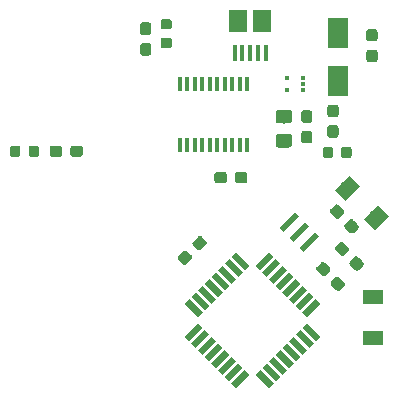
<source format=gtp>
G04 #@! TF.GenerationSoftware,KiCad,Pcbnew,(5.0.0)*
G04 #@! TF.CreationDate,2019-01-09T16:44:38-03:00*
G04 #@! TF.ProjectId,PCB_D,5043425F442E6B696361645F70636200,rev?*
G04 #@! TF.SameCoordinates,Original*
G04 #@! TF.FileFunction,Paste,Top*
G04 #@! TF.FilePolarity,Positive*
%FSLAX46Y46*%
G04 Gerber Fmt 4.6, Leading zero omitted, Abs format (unit mm)*
G04 Created by KiCad (PCBNEW (5.0.0)) date 01/09/19 16:44:38*
%MOMM*%
%LPD*%
G01*
G04 APERTURE LIST*
%ADD10C,0.100000*%
%ADD11C,0.950000*%
%ADD12R,1.700000X1.300000*%
%ADD13C,1.300000*%
%ADD14R,0.400000X1.200000*%
%ADD15R,1.800000X2.500000*%
%ADD16R,0.450000X0.300000*%
%ADD17C,1.150000*%
%ADD18C,0.875000*%
%ADD19R,1.500000X1.900000*%
%ADD20R,0.400000X1.350000*%
%ADD21C,0.550000*%
%ADD22C,0.400000*%
G04 APERTURE END LIST*
D10*
G04 #@! TO.C,R3*
G36*
X10369979Y18089256D02*
X10393034Y18085837D01*
X10415643Y18080173D01*
X10437587Y18072321D01*
X10458657Y18062356D01*
X10478648Y18050374D01*
X10497368Y18036490D01*
X10514638Y18020838D01*
X10530290Y18003568D01*
X10544174Y17984848D01*
X10556156Y17964857D01*
X10566121Y17943787D01*
X10573973Y17921843D01*
X10579637Y17899234D01*
X10583056Y17876179D01*
X10584200Y17852900D01*
X10584200Y17277900D01*
X10583056Y17254621D01*
X10579637Y17231566D01*
X10573973Y17208957D01*
X10566121Y17187013D01*
X10556156Y17165943D01*
X10544174Y17145952D01*
X10530290Y17127232D01*
X10514638Y17109962D01*
X10497368Y17094310D01*
X10478648Y17080426D01*
X10458657Y17068444D01*
X10437587Y17058479D01*
X10415643Y17050627D01*
X10393034Y17044963D01*
X10369979Y17041544D01*
X10346700Y17040400D01*
X9871700Y17040400D01*
X9848421Y17041544D01*
X9825366Y17044963D01*
X9802757Y17050627D01*
X9780813Y17058479D01*
X9759743Y17068444D01*
X9739752Y17080426D01*
X9721032Y17094310D01*
X9703762Y17109962D01*
X9688110Y17127232D01*
X9674226Y17145952D01*
X9662244Y17165943D01*
X9652279Y17187013D01*
X9644427Y17208957D01*
X9638763Y17231566D01*
X9635344Y17254621D01*
X9634200Y17277900D01*
X9634200Y17852900D01*
X9635344Y17876179D01*
X9638763Y17899234D01*
X9644427Y17921843D01*
X9652279Y17943787D01*
X9662244Y17964857D01*
X9674226Y17984848D01*
X9688110Y18003568D01*
X9703762Y18020838D01*
X9721032Y18036490D01*
X9739752Y18050374D01*
X9759743Y18062356D01*
X9780813Y18072321D01*
X9802757Y18080173D01*
X9825366Y18085837D01*
X9848421Y18089256D01*
X9871700Y18090400D01*
X10346700Y18090400D01*
X10369979Y18089256D01*
X10369979Y18089256D01*
G37*
D11*
X10109200Y17565400D03*
D10*
G36*
X10369979Y19839256D02*
X10393034Y19835837D01*
X10415643Y19830173D01*
X10437587Y19822321D01*
X10458657Y19812356D01*
X10478648Y19800374D01*
X10497368Y19786490D01*
X10514638Y19770838D01*
X10530290Y19753568D01*
X10544174Y19734848D01*
X10556156Y19714857D01*
X10566121Y19693787D01*
X10573973Y19671843D01*
X10579637Y19649234D01*
X10583056Y19626179D01*
X10584200Y19602900D01*
X10584200Y19027900D01*
X10583056Y19004621D01*
X10579637Y18981566D01*
X10573973Y18958957D01*
X10566121Y18937013D01*
X10556156Y18915943D01*
X10544174Y18895952D01*
X10530290Y18877232D01*
X10514638Y18859962D01*
X10497368Y18844310D01*
X10478648Y18830426D01*
X10458657Y18818444D01*
X10437587Y18808479D01*
X10415643Y18800627D01*
X10393034Y18794963D01*
X10369979Y18791544D01*
X10346700Y18790400D01*
X9871700Y18790400D01*
X9848421Y18791544D01*
X9825366Y18794963D01*
X9802757Y18800627D01*
X9780813Y18808479D01*
X9759743Y18818444D01*
X9739752Y18830426D01*
X9721032Y18844310D01*
X9703762Y18859962D01*
X9688110Y18877232D01*
X9674226Y18895952D01*
X9662244Y18915943D01*
X9652279Y18937013D01*
X9644427Y18958957D01*
X9638763Y18981566D01*
X9635344Y19004621D01*
X9634200Y19027900D01*
X9634200Y19602900D01*
X9635344Y19626179D01*
X9638763Y19649234D01*
X9644427Y19671843D01*
X9652279Y19693787D01*
X9662244Y19714857D01*
X9674226Y19734848D01*
X9688110Y19753568D01*
X9703762Y19770838D01*
X9721032Y19786490D01*
X9739752Y19800374D01*
X9759743Y19812356D01*
X9780813Y19822321D01*
X9802757Y19830173D01*
X9825366Y19835837D01*
X9848421Y19839256D01*
X9871700Y19840400D01*
X10346700Y19840400D01*
X10369979Y19839256D01*
X10369979Y19839256D01*
G37*
D11*
X10109200Y19315400D03*
G04 #@! TD*
D12*
G04 #@! TO.C,D6*
X10160000Y-2822000D03*
X10160000Y-6322000D03*
G04 #@! TD*
D13*
G04 #@! TO.C,D5*
X10483037Y3893363D03*
D10*
G36*
X11543697Y4034784D02*
X10341616Y2832703D01*
X9422377Y3751942D01*
X10624458Y4954023D01*
X11543697Y4034784D01*
X11543697Y4034784D01*
G37*
D13*
X8008163Y6368237D03*
D10*
G36*
X9068823Y6509658D02*
X7866742Y5307577D01*
X6947503Y6226816D01*
X8149584Y7428897D01*
X9068823Y6509658D01*
X9068823Y6509658D01*
G37*
G04 #@! TD*
D14*
G04 #@! TO.C,U3*
X-6157500Y15200000D03*
X-5522500Y15200000D03*
X-4887500Y15200000D03*
X-4252500Y15200000D03*
X-3617500Y15200000D03*
X-2982500Y15200000D03*
X-2347500Y15200000D03*
X-1712500Y15200000D03*
X-1077500Y15200000D03*
X-442500Y15200000D03*
X-442500Y10000000D03*
X-1077500Y10000000D03*
X-1712500Y10000000D03*
X-2347500Y10000000D03*
X-2982500Y10000000D03*
X-3617500Y10000000D03*
X-4252500Y10000000D03*
X-4887500Y10000000D03*
X-5522500Y10000000D03*
X-6157500Y10000000D03*
G04 #@! TD*
D15*
G04 #@! TO.C,D4*
X7264400Y15475200D03*
X7264400Y19475200D03*
G04 #@! TD*
D16*
G04 #@! TO.C,U4*
X2900000Y15700000D03*
X4300000Y15200000D03*
X2900000Y14700000D03*
X4300000Y15700000D03*
X4300000Y14700000D03*
G04 #@! TD*
D10*
G04 #@! TO.C,R1*
G36*
X7141606Y4985505D02*
X7164661Y4982086D01*
X7187270Y4976422D01*
X7209214Y4968570D01*
X7230284Y4958605D01*
X7250275Y4946623D01*
X7268995Y4932739D01*
X7286265Y4917087D01*
X7692851Y4510501D01*
X7708503Y4493231D01*
X7722387Y4474511D01*
X7734369Y4454520D01*
X7744334Y4433450D01*
X7752186Y4411506D01*
X7757850Y4388897D01*
X7761269Y4365842D01*
X7762413Y4342563D01*
X7761269Y4319284D01*
X7757850Y4296229D01*
X7752186Y4273620D01*
X7744334Y4251676D01*
X7734369Y4230606D01*
X7722387Y4210615D01*
X7708503Y4191895D01*
X7692851Y4174625D01*
X7356975Y3838749D01*
X7339705Y3823097D01*
X7320985Y3809213D01*
X7300994Y3797231D01*
X7279924Y3787266D01*
X7257980Y3779414D01*
X7235371Y3773750D01*
X7212316Y3770331D01*
X7189037Y3769187D01*
X7165758Y3770331D01*
X7142703Y3773750D01*
X7120094Y3779414D01*
X7098150Y3787266D01*
X7077080Y3797231D01*
X7057089Y3809213D01*
X7038369Y3823097D01*
X7021099Y3838749D01*
X6614513Y4245335D01*
X6598861Y4262605D01*
X6584977Y4281325D01*
X6572995Y4301316D01*
X6563030Y4322386D01*
X6555178Y4344330D01*
X6549514Y4366939D01*
X6546095Y4389994D01*
X6544951Y4413273D01*
X6546095Y4436552D01*
X6549514Y4459607D01*
X6555178Y4482216D01*
X6563030Y4504160D01*
X6572995Y4525230D01*
X6584977Y4545221D01*
X6598861Y4563941D01*
X6614513Y4581211D01*
X6950389Y4917087D01*
X6967659Y4932739D01*
X6986379Y4946623D01*
X7006370Y4958605D01*
X7027440Y4968570D01*
X7049384Y4976422D01*
X7071993Y4982086D01*
X7095048Y4985505D01*
X7118327Y4986649D01*
X7141606Y4985505D01*
X7141606Y4985505D01*
G37*
D11*
X7153682Y4377918D03*
D10*
G36*
X8379042Y3748069D02*
X8402097Y3744650D01*
X8424706Y3738986D01*
X8446650Y3731134D01*
X8467720Y3721169D01*
X8487711Y3709187D01*
X8506431Y3695303D01*
X8523701Y3679651D01*
X8930287Y3273065D01*
X8945939Y3255795D01*
X8959823Y3237075D01*
X8971805Y3217084D01*
X8981770Y3196014D01*
X8989622Y3174070D01*
X8995286Y3151461D01*
X8998705Y3128406D01*
X8999849Y3105127D01*
X8998705Y3081848D01*
X8995286Y3058793D01*
X8989622Y3036184D01*
X8981770Y3014240D01*
X8971805Y2993170D01*
X8959823Y2973179D01*
X8945939Y2954459D01*
X8930287Y2937189D01*
X8594411Y2601313D01*
X8577141Y2585661D01*
X8558421Y2571777D01*
X8538430Y2559795D01*
X8517360Y2549830D01*
X8495416Y2541978D01*
X8472807Y2536314D01*
X8449752Y2532895D01*
X8426473Y2531751D01*
X8403194Y2532895D01*
X8380139Y2536314D01*
X8357530Y2541978D01*
X8335586Y2549830D01*
X8314516Y2559795D01*
X8294525Y2571777D01*
X8275805Y2585661D01*
X8258535Y2601313D01*
X7851949Y3007899D01*
X7836297Y3025169D01*
X7822413Y3043889D01*
X7810431Y3063880D01*
X7800466Y3084950D01*
X7792614Y3106894D01*
X7786950Y3129503D01*
X7783531Y3152558D01*
X7782387Y3175837D01*
X7783531Y3199116D01*
X7786950Y3222171D01*
X7792614Y3244780D01*
X7800466Y3266724D01*
X7810431Y3287794D01*
X7822413Y3307785D01*
X7836297Y3326505D01*
X7851949Y3343775D01*
X8187825Y3679651D01*
X8205095Y3695303D01*
X8223815Y3709187D01*
X8243806Y3721169D01*
X8264876Y3731134D01*
X8286820Y3738986D01*
X8309429Y3744650D01*
X8332484Y3748069D01*
X8355763Y3749213D01*
X8379042Y3748069D01*
X8379042Y3748069D01*
G37*
D11*
X8391118Y3140482D03*
G04 #@! TD*
D10*
G04 #@! TO.C,R2*
G36*
X-4422648Y2326305D02*
X-4399593Y2322886D01*
X-4376984Y2317222D01*
X-4355040Y2309370D01*
X-4333970Y2299405D01*
X-4313979Y2287423D01*
X-4295259Y2273539D01*
X-4277989Y2257887D01*
X-3942113Y1922011D01*
X-3926461Y1904741D01*
X-3912577Y1886021D01*
X-3900595Y1866030D01*
X-3890630Y1844960D01*
X-3882778Y1823016D01*
X-3877114Y1800407D01*
X-3873695Y1777352D01*
X-3872551Y1754073D01*
X-3873695Y1730794D01*
X-3877114Y1707739D01*
X-3882778Y1685130D01*
X-3890630Y1663186D01*
X-3900595Y1642116D01*
X-3912577Y1622125D01*
X-3926461Y1603405D01*
X-3942113Y1586135D01*
X-4348699Y1179549D01*
X-4365969Y1163897D01*
X-4384689Y1150013D01*
X-4404680Y1138031D01*
X-4425750Y1128066D01*
X-4447694Y1120214D01*
X-4470303Y1114550D01*
X-4493358Y1111131D01*
X-4516637Y1109987D01*
X-4539916Y1111131D01*
X-4562971Y1114550D01*
X-4585580Y1120214D01*
X-4607524Y1128066D01*
X-4628594Y1138031D01*
X-4648585Y1150013D01*
X-4667305Y1163897D01*
X-4684575Y1179549D01*
X-5020451Y1515425D01*
X-5036103Y1532695D01*
X-5049987Y1551415D01*
X-5061969Y1571406D01*
X-5071934Y1592476D01*
X-5079786Y1614420D01*
X-5085450Y1637029D01*
X-5088869Y1660084D01*
X-5090013Y1683363D01*
X-5088869Y1706642D01*
X-5085450Y1729697D01*
X-5079786Y1752306D01*
X-5071934Y1774250D01*
X-5061969Y1795320D01*
X-5049987Y1815311D01*
X-5036103Y1834031D01*
X-5020451Y1851301D01*
X-4613865Y2257887D01*
X-4596595Y2273539D01*
X-4577875Y2287423D01*
X-4557884Y2299405D01*
X-4536814Y2309370D01*
X-4514870Y2317222D01*
X-4492261Y2322886D01*
X-4469206Y2326305D01*
X-4445927Y2327449D01*
X-4422648Y2326305D01*
X-4422648Y2326305D01*
G37*
D11*
X-4481282Y1718718D03*
D10*
G36*
X-5660084Y1088869D02*
X-5637029Y1085450D01*
X-5614420Y1079786D01*
X-5592476Y1071934D01*
X-5571406Y1061969D01*
X-5551415Y1049987D01*
X-5532695Y1036103D01*
X-5515425Y1020451D01*
X-5179549Y684575D01*
X-5163897Y667305D01*
X-5150013Y648585D01*
X-5138031Y628594D01*
X-5128066Y607524D01*
X-5120214Y585580D01*
X-5114550Y562971D01*
X-5111131Y539916D01*
X-5109987Y516637D01*
X-5111131Y493358D01*
X-5114550Y470303D01*
X-5120214Y447694D01*
X-5128066Y425750D01*
X-5138031Y404680D01*
X-5150013Y384689D01*
X-5163897Y365969D01*
X-5179549Y348699D01*
X-5586135Y-57887D01*
X-5603405Y-73539D01*
X-5622125Y-87423D01*
X-5642116Y-99405D01*
X-5663186Y-109370D01*
X-5685130Y-117222D01*
X-5707739Y-122886D01*
X-5730794Y-126305D01*
X-5754073Y-127449D01*
X-5777352Y-126305D01*
X-5800407Y-122886D01*
X-5823016Y-117222D01*
X-5844960Y-109370D01*
X-5866030Y-99405D01*
X-5886021Y-87423D01*
X-5904741Y-73539D01*
X-5922011Y-57887D01*
X-6257887Y277989D01*
X-6273539Y295259D01*
X-6287423Y313979D01*
X-6299405Y333970D01*
X-6309370Y355040D01*
X-6317222Y376984D01*
X-6322886Y399593D01*
X-6326305Y422648D01*
X-6327449Y445927D01*
X-6326305Y469206D01*
X-6322886Y492261D01*
X-6317222Y514870D01*
X-6309370Y536814D01*
X-6299405Y557884D01*
X-6287423Y577875D01*
X-6273539Y596595D01*
X-6257887Y613865D01*
X-5851301Y1020451D01*
X-5834031Y1036103D01*
X-5815311Y1049987D01*
X-5795320Y1061969D01*
X-5774250Y1071934D01*
X-5752306Y1079786D01*
X-5729697Y1085450D01*
X-5706642Y1088869D01*
X-5683363Y1090013D01*
X-5660084Y1088869D01*
X-5660084Y1088869D01*
G37*
D11*
X-5718718Y481282D03*
G04 #@! TD*
D10*
G04 #@! TO.C,C3*
G36*
X-643022Y7738256D02*
X-619967Y7734837D01*
X-597358Y7729173D01*
X-575414Y7721321D01*
X-554344Y7711356D01*
X-534353Y7699374D01*
X-515633Y7685490D01*
X-498363Y7669838D01*
X-482711Y7652568D01*
X-468827Y7633848D01*
X-456845Y7613857D01*
X-446880Y7592787D01*
X-439028Y7570843D01*
X-433364Y7548234D01*
X-429945Y7525179D01*
X-428801Y7501900D01*
X-428801Y7026900D01*
X-429945Y7003621D01*
X-433364Y6980566D01*
X-439028Y6957957D01*
X-446880Y6936013D01*
X-456845Y6914943D01*
X-468827Y6894952D01*
X-482711Y6876232D01*
X-498363Y6858962D01*
X-515633Y6843310D01*
X-534353Y6829426D01*
X-554344Y6817444D01*
X-575414Y6807479D01*
X-597358Y6799627D01*
X-619967Y6793963D01*
X-643022Y6790544D01*
X-666301Y6789400D01*
X-1241301Y6789400D01*
X-1264580Y6790544D01*
X-1287635Y6793963D01*
X-1310244Y6799627D01*
X-1332188Y6807479D01*
X-1353258Y6817444D01*
X-1373249Y6829426D01*
X-1391969Y6843310D01*
X-1409239Y6858962D01*
X-1424891Y6876232D01*
X-1438775Y6894952D01*
X-1450757Y6914943D01*
X-1460722Y6936013D01*
X-1468574Y6957957D01*
X-1474238Y6980566D01*
X-1477657Y7003621D01*
X-1478801Y7026900D01*
X-1478801Y7501900D01*
X-1477657Y7525179D01*
X-1474238Y7548234D01*
X-1468574Y7570843D01*
X-1460722Y7592787D01*
X-1450757Y7613857D01*
X-1438775Y7633848D01*
X-1424891Y7652568D01*
X-1409239Y7669838D01*
X-1391969Y7685490D01*
X-1373249Y7699374D01*
X-1353258Y7711356D01*
X-1332188Y7721321D01*
X-1310244Y7729173D01*
X-1287635Y7734837D01*
X-1264580Y7738256D01*
X-1241301Y7739400D01*
X-666301Y7739400D01*
X-643022Y7738256D01*
X-643022Y7738256D01*
G37*
D11*
X-953801Y7264400D03*
D10*
G36*
X-2393020Y7738256D02*
X-2369965Y7734837D01*
X-2347356Y7729173D01*
X-2325412Y7721321D01*
X-2304342Y7711356D01*
X-2284351Y7699374D01*
X-2265631Y7685490D01*
X-2248361Y7669838D01*
X-2232709Y7652568D01*
X-2218825Y7633848D01*
X-2206843Y7613857D01*
X-2196878Y7592787D01*
X-2189026Y7570843D01*
X-2183362Y7548234D01*
X-2179943Y7525179D01*
X-2178799Y7501900D01*
X-2178799Y7026900D01*
X-2179943Y7003621D01*
X-2183362Y6980566D01*
X-2189026Y6957957D01*
X-2196878Y6936013D01*
X-2206843Y6914943D01*
X-2218825Y6894952D01*
X-2232709Y6876232D01*
X-2248361Y6858962D01*
X-2265631Y6843310D01*
X-2284351Y6829426D01*
X-2304342Y6817444D01*
X-2325412Y6807479D01*
X-2347356Y6799627D01*
X-2369965Y6793963D01*
X-2393020Y6790544D01*
X-2416299Y6789400D01*
X-2991299Y6789400D01*
X-3014578Y6790544D01*
X-3037633Y6793963D01*
X-3060242Y6799627D01*
X-3082186Y6807479D01*
X-3103256Y6817444D01*
X-3123247Y6829426D01*
X-3141967Y6843310D01*
X-3159237Y6858962D01*
X-3174889Y6876232D01*
X-3188773Y6894952D01*
X-3200755Y6914943D01*
X-3210720Y6936013D01*
X-3218572Y6957957D01*
X-3224236Y6980566D01*
X-3227655Y7003621D01*
X-3228799Y7026900D01*
X-3228799Y7501900D01*
X-3227655Y7525179D01*
X-3224236Y7548234D01*
X-3218572Y7570843D01*
X-3210720Y7592787D01*
X-3200755Y7613857D01*
X-3188773Y7633848D01*
X-3174889Y7652568D01*
X-3159237Y7669838D01*
X-3141967Y7685490D01*
X-3123247Y7699374D01*
X-3103256Y7711356D01*
X-3082186Y7721321D01*
X-3060242Y7729173D01*
X-3037633Y7734837D01*
X-3014578Y7738256D01*
X-2991299Y7739400D01*
X-2416299Y7739400D01*
X-2393020Y7738256D01*
X-2393020Y7738256D01*
G37*
D11*
X-2703799Y7264400D03*
G04 #@! TD*
D10*
G04 #@! TO.C,R6*
G36*
X-8781621Y18648056D02*
X-8758566Y18644637D01*
X-8735957Y18638973D01*
X-8714013Y18631121D01*
X-8692943Y18621156D01*
X-8672952Y18609174D01*
X-8654232Y18595290D01*
X-8636962Y18579638D01*
X-8621310Y18562368D01*
X-8607426Y18543648D01*
X-8595444Y18523657D01*
X-8585479Y18502587D01*
X-8577627Y18480643D01*
X-8571963Y18458034D01*
X-8568544Y18434979D01*
X-8567400Y18411700D01*
X-8567400Y17836700D01*
X-8568544Y17813421D01*
X-8571963Y17790366D01*
X-8577627Y17767757D01*
X-8585479Y17745813D01*
X-8595444Y17724743D01*
X-8607426Y17704752D01*
X-8621310Y17686032D01*
X-8636962Y17668762D01*
X-8654232Y17653110D01*
X-8672952Y17639226D01*
X-8692943Y17627244D01*
X-8714013Y17617279D01*
X-8735957Y17609427D01*
X-8758566Y17603763D01*
X-8781621Y17600344D01*
X-8804900Y17599200D01*
X-9279900Y17599200D01*
X-9303179Y17600344D01*
X-9326234Y17603763D01*
X-9348843Y17609427D01*
X-9370787Y17617279D01*
X-9391857Y17627244D01*
X-9411848Y17639226D01*
X-9430568Y17653110D01*
X-9447838Y17668762D01*
X-9463490Y17686032D01*
X-9477374Y17704752D01*
X-9489356Y17724743D01*
X-9499321Y17745813D01*
X-9507173Y17767757D01*
X-9512837Y17790366D01*
X-9516256Y17813421D01*
X-9517400Y17836700D01*
X-9517400Y18411700D01*
X-9516256Y18434979D01*
X-9512837Y18458034D01*
X-9507173Y18480643D01*
X-9499321Y18502587D01*
X-9489356Y18523657D01*
X-9477374Y18543648D01*
X-9463490Y18562368D01*
X-9447838Y18579638D01*
X-9430568Y18595290D01*
X-9411848Y18609174D01*
X-9391857Y18621156D01*
X-9370787Y18631121D01*
X-9348843Y18638973D01*
X-9326234Y18644637D01*
X-9303179Y18648056D01*
X-9279900Y18649200D01*
X-8804900Y18649200D01*
X-8781621Y18648056D01*
X-8781621Y18648056D01*
G37*
D11*
X-9042400Y18124200D03*
D10*
G36*
X-8781621Y20398056D02*
X-8758566Y20394637D01*
X-8735957Y20388973D01*
X-8714013Y20381121D01*
X-8692943Y20371156D01*
X-8672952Y20359174D01*
X-8654232Y20345290D01*
X-8636962Y20329638D01*
X-8621310Y20312368D01*
X-8607426Y20293648D01*
X-8595444Y20273657D01*
X-8585479Y20252587D01*
X-8577627Y20230643D01*
X-8571963Y20208034D01*
X-8568544Y20184979D01*
X-8567400Y20161700D01*
X-8567400Y19586700D01*
X-8568544Y19563421D01*
X-8571963Y19540366D01*
X-8577627Y19517757D01*
X-8585479Y19495813D01*
X-8595444Y19474743D01*
X-8607426Y19454752D01*
X-8621310Y19436032D01*
X-8636962Y19418762D01*
X-8654232Y19403110D01*
X-8672952Y19389226D01*
X-8692943Y19377244D01*
X-8714013Y19367279D01*
X-8735957Y19359427D01*
X-8758566Y19353763D01*
X-8781621Y19350344D01*
X-8804900Y19349200D01*
X-9279900Y19349200D01*
X-9303179Y19350344D01*
X-9326234Y19353763D01*
X-9348843Y19359427D01*
X-9370787Y19367279D01*
X-9391857Y19377244D01*
X-9411848Y19389226D01*
X-9430568Y19403110D01*
X-9447838Y19418762D01*
X-9463490Y19436032D01*
X-9477374Y19454752D01*
X-9489356Y19474743D01*
X-9499321Y19495813D01*
X-9507173Y19517757D01*
X-9512837Y19540366D01*
X-9516256Y19563421D01*
X-9517400Y19586700D01*
X-9517400Y20161700D01*
X-9516256Y20184979D01*
X-9512837Y20208034D01*
X-9507173Y20230643D01*
X-9499321Y20252587D01*
X-9489356Y20273657D01*
X-9477374Y20293648D01*
X-9463490Y20312368D01*
X-9447838Y20329638D01*
X-9430568Y20345290D01*
X-9411848Y20359174D01*
X-9391857Y20371156D01*
X-9370787Y20381121D01*
X-9348843Y20388973D01*
X-9326234Y20394637D01*
X-9303179Y20398056D01*
X-9279900Y20399200D01*
X-8804900Y20399200D01*
X-8781621Y20398056D01*
X-8781621Y20398056D01*
G37*
D11*
X-9042400Y19874200D03*
G04 #@! TD*
D10*
G04 #@! TO.C,R5*
G36*
X7067979Y11688456D02*
X7091034Y11685037D01*
X7113643Y11679373D01*
X7135587Y11671521D01*
X7156657Y11661556D01*
X7176648Y11649574D01*
X7195368Y11635690D01*
X7212638Y11620038D01*
X7228290Y11602768D01*
X7242174Y11584048D01*
X7254156Y11564057D01*
X7264121Y11542987D01*
X7271973Y11521043D01*
X7277637Y11498434D01*
X7281056Y11475379D01*
X7282200Y11452100D01*
X7282200Y10877100D01*
X7281056Y10853821D01*
X7277637Y10830766D01*
X7271973Y10808157D01*
X7264121Y10786213D01*
X7254156Y10765143D01*
X7242174Y10745152D01*
X7228290Y10726432D01*
X7212638Y10709162D01*
X7195368Y10693510D01*
X7176648Y10679626D01*
X7156657Y10667644D01*
X7135587Y10657679D01*
X7113643Y10649827D01*
X7091034Y10644163D01*
X7067979Y10640744D01*
X7044700Y10639600D01*
X6569700Y10639600D01*
X6546421Y10640744D01*
X6523366Y10644163D01*
X6500757Y10649827D01*
X6478813Y10657679D01*
X6457743Y10667644D01*
X6437752Y10679626D01*
X6419032Y10693510D01*
X6401762Y10709162D01*
X6386110Y10726432D01*
X6372226Y10745152D01*
X6360244Y10765143D01*
X6350279Y10786213D01*
X6342427Y10808157D01*
X6336763Y10830766D01*
X6333344Y10853821D01*
X6332200Y10877100D01*
X6332200Y11452100D01*
X6333344Y11475379D01*
X6336763Y11498434D01*
X6342427Y11521043D01*
X6350279Y11542987D01*
X6360244Y11564057D01*
X6372226Y11584048D01*
X6386110Y11602768D01*
X6401762Y11620038D01*
X6419032Y11635690D01*
X6437752Y11649574D01*
X6457743Y11661556D01*
X6478813Y11671521D01*
X6500757Y11679373D01*
X6523366Y11685037D01*
X6546421Y11688456D01*
X6569700Y11689600D01*
X7044700Y11689600D01*
X7067979Y11688456D01*
X7067979Y11688456D01*
G37*
D11*
X6807200Y11164600D03*
D10*
G36*
X7067979Y13438456D02*
X7091034Y13435037D01*
X7113643Y13429373D01*
X7135587Y13421521D01*
X7156657Y13411556D01*
X7176648Y13399574D01*
X7195368Y13385690D01*
X7212638Y13370038D01*
X7228290Y13352768D01*
X7242174Y13334048D01*
X7254156Y13314057D01*
X7264121Y13292987D01*
X7271973Y13271043D01*
X7277637Y13248434D01*
X7281056Y13225379D01*
X7282200Y13202100D01*
X7282200Y12627100D01*
X7281056Y12603821D01*
X7277637Y12580766D01*
X7271973Y12558157D01*
X7264121Y12536213D01*
X7254156Y12515143D01*
X7242174Y12495152D01*
X7228290Y12476432D01*
X7212638Y12459162D01*
X7195368Y12443510D01*
X7176648Y12429626D01*
X7156657Y12417644D01*
X7135587Y12407679D01*
X7113643Y12399827D01*
X7091034Y12394163D01*
X7067979Y12390744D01*
X7044700Y12389600D01*
X6569700Y12389600D01*
X6546421Y12390744D01*
X6523366Y12394163D01*
X6500757Y12399827D01*
X6478813Y12407679D01*
X6457743Y12417644D01*
X6437752Y12429626D01*
X6419032Y12443510D01*
X6401762Y12459162D01*
X6386110Y12476432D01*
X6372226Y12495152D01*
X6360244Y12515143D01*
X6350279Y12536213D01*
X6342427Y12558157D01*
X6336763Y12580766D01*
X6333344Y12603821D01*
X6332200Y12627100D01*
X6332200Y13202100D01*
X6333344Y13225379D01*
X6336763Y13248434D01*
X6342427Y13271043D01*
X6350279Y13292987D01*
X6360244Y13314057D01*
X6372226Y13334048D01*
X6386110Y13352768D01*
X6401762Y13370038D01*
X6419032Y13385690D01*
X6437752Y13399574D01*
X6457743Y13411556D01*
X6478813Y13421521D01*
X6500757Y13429373D01*
X6523366Y13435037D01*
X6546421Y13438456D01*
X6569700Y13439600D01*
X7044700Y13439600D01*
X7067979Y13438456D01*
X7067979Y13438456D01*
G37*
D11*
X6807200Y12914600D03*
G04 #@! TD*
D10*
G04 #@! TO.C,R4*
G36*
X-14589221Y9973856D02*
X-14566166Y9970437D01*
X-14543557Y9964773D01*
X-14521613Y9956921D01*
X-14500543Y9946956D01*
X-14480552Y9934974D01*
X-14461832Y9921090D01*
X-14444562Y9905438D01*
X-14428910Y9888168D01*
X-14415026Y9869448D01*
X-14403044Y9849457D01*
X-14393079Y9828387D01*
X-14385227Y9806443D01*
X-14379563Y9783834D01*
X-14376144Y9760779D01*
X-14375000Y9737500D01*
X-14375000Y9262500D01*
X-14376144Y9239221D01*
X-14379563Y9216166D01*
X-14385227Y9193557D01*
X-14393079Y9171613D01*
X-14403044Y9150543D01*
X-14415026Y9130552D01*
X-14428910Y9111832D01*
X-14444562Y9094562D01*
X-14461832Y9078910D01*
X-14480552Y9065026D01*
X-14500543Y9053044D01*
X-14521613Y9043079D01*
X-14543557Y9035227D01*
X-14566166Y9029563D01*
X-14589221Y9026144D01*
X-14612500Y9025000D01*
X-15187500Y9025000D01*
X-15210779Y9026144D01*
X-15233834Y9029563D01*
X-15256443Y9035227D01*
X-15278387Y9043079D01*
X-15299457Y9053044D01*
X-15319448Y9065026D01*
X-15338168Y9078910D01*
X-15355438Y9094562D01*
X-15371090Y9111832D01*
X-15384974Y9130552D01*
X-15396956Y9150543D01*
X-15406921Y9171613D01*
X-15414773Y9193557D01*
X-15420437Y9216166D01*
X-15423856Y9239221D01*
X-15425000Y9262500D01*
X-15425000Y9737500D01*
X-15423856Y9760779D01*
X-15420437Y9783834D01*
X-15414773Y9806443D01*
X-15406921Y9828387D01*
X-15396956Y9849457D01*
X-15384974Y9869448D01*
X-15371090Y9888168D01*
X-15355438Y9905438D01*
X-15338168Y9921090D01*
X-15319448Y9934974D01*
X-15299457Y9946956D01*
X-15278387Y9956921D01*
X-15256443Y9964773D01*
X-15233834Y9970437D01*
X-15210779Y9973856D01*
X-15187500Y9975000D01*
X-14612500Y9975000D01*
X-14589221Y9973856D01*
X-14589221Y9973856D01*
G37*
D11*
X-14900000Y9500000D03*
D10*
G36*
X-16339221Y9973856D02*
X-16316166Y9970437D01*
X-16293557Y9964773D01*
X-16271613Y9956921D01*
X-16250543Y9946956D01*
X-16230552Y9934974D01*
X-16211832Y9921090D01*
X-16194562Y9905438D01*
X-16178910Y9888168D01*
X-16165026Y9869448D01*
X-16153044Y9849457D01*
X-16143079Y9828387D01*
X-16135227Y9806443D01*
X-16129563Y9783834D01*
X-16126144Y9760779D01*
X-16125000Y9737500D01*
X-16125000Y9262500D01*
X-16126144Y9239221D01*
X-16129563Y9216166D01*
X-16135227Y9193557D01*
X-16143079Y9171613D01*
X-16153044Y9150543D01*
X-16165026Y9130552D01*
X-16178910Y9111832D01*
X-16194562Y9094562D01*
X-16211832Y9078910D01*
X-16230552Y9065026D01*
X-16250543Y9053044D01*
X-16271613Y9043079D01*
X-16293557Y9035227D01*
X-16316166Y9029563D01*
X-16339221Y9026144D01*
X-16362500Y9025000D01*
X-16937500Y9025000D01*
X-16960779Y9026144D01*
X-16983834Y9029563D01*
X-17006443Y9035227D01*
X-17028387Y9043079D01*
X-17049457Y9053044D01*
X-17069448Y9065026D01*
X-17088168Y9078910D01*
X-17105438Y9094562D01*
X-17121090Y9111832D01*
X-17134974Y9130552D01*
X-17146956Y9150543D01*
X-17156921Y9171613D01*
X-17164773Y9193557D01*
X-17170437Y9216166D01*
X-17173856Y9239221D01*
X-17175000Y9262500D01*
X-17175000Y9737500D01*
X-17173856Y9760779D01*
X-17170437Y9783834D01*
X-17164773Y9806443D01*
X-17156921Y9828387D01*
X-17146956Y9849457D01*
X-17134974Y9869448D01*
X-17121090Y9888168D01*
X-17105438Y9905438D01*
X-17088168Y9921090D01*
X-17069448Y9934974D01*
X-17049457Y9946956D01*
X-17028387Y9956921D01*
X-17006443Y9964773D01*
X-16983834Y9970437D01*
X-16960779Y9973856D01*
X-16937500Y9975000D01*
X-16362500Y9975000D01*
X-16339221Y9973856D01*
X-16339221Y9973856D01*
G37*
D11*
X-16650000Y9500000D03*
G04 #@! TD*
D10*
G04 #@! TO.C,C2*
G36*
X7569206Y1835905D02*
X7592261Y1832486D01*
X7614870Y1826822D01*
X7636814Y1818970D01*
X7657884Y1809005D01*
X7677875Y1797023D01*
X7696595Y1783139D01*
X7713865Y1767487D01*
X8120451Y1360901D01*
X8136103Y1343631D01*
X8149987Y1324911D01*
X8161969Y1304920D01*
X8171934Y1283850D01*
X8179786Y1261906D01*
X8185450Y1239297D01*
X8188869Y1216242D01*
X8190013Y1192963D01*
X8188869Y1169684D01*
X8185450Y1146629D01*
X8179786Y1124020D01*
X8171934Y1102076D01*
X8161969Y1081006D01*
X8149987Y1061015D01*
X8136103Y1042295D01*
X8120451Y1025025D01*
X7784575Y689149D01*
X7767305Y673497D01*
X7748585Y659613D01*
X7728594Y647631D01*
X7707524Y637666D01*
X7685580Y629814D01*
X7662971Y624150D01*
X7639916Y620731D01*
X7616637Y619587D01*
X7593358Y620731D01*
X7570303Y624150D01*
X7547694Y629814D01*
X7525750Y637666D01*
X7504680Y647631D01*
X7484689Y659613D01*
X7465969Y673497D01*
X7448699Y689149D01*
X7042113Y1095735D01*
X7026461Y1113005D01*
X7012577Y1131725D01*
X7000595Y1151716D01*
X6990630Y1172786D01*
X6982778Y1194730D01*
X6977114Y1217339D01*
X6973695Y1240394D01*
X6972551Y1263673D01*
X6973695Y1286952D01*
X6977114Y1310007D01*
X6982778Y1332616D01*
X6990630Y1354560D01*
X7000595Y1375630D01*
X7012577Y1395621D01*
X7026461Y1414341D01*
X7042113Y1431611D01*
X7377989Y1767487D01*
X7395259Y1783139D01*
X7413979Y1797023D01*
X7433970Y1809005D01*
X7455040Y1818970D01*
X7476984Y1826822D01*
X7499593Y1832486D01*
X7522648Y1835905D01*
X7545927Y1837049D01*
X7569206Y1835905D01*
X7569206Y1835905D01*
G37*
D11*
X7581282Y1228318D03*
D10*
G36*
X8806642Y598469D02*
X8829697Y595050D01*
X8852306Y589386D01*
X8874250Y581534D01*
X8895320Y571569D01*
X8915311Y559587D01*
X8934031Y545703D01*
X8951301Y530051D01*
X9357887Y123465D01*
X9373539Y106195D01*
X9387423Y87475D01*
X9399405Y67484D01*
X9409370Y46414D01*
X9417222Y24470D01*
X9422886Y1861D01*
X9426305Y-21194D01*
X9427449Y-44473D01*
X9426305Y-67752D01*
X9422886Y-90807D01*
X9417222Y-113416D01*
X9409370Y-135360D01*
X9399405Y-156430D01*
X9387423Y-176421D01*
X9373539Y-195141D01*
X9357887Y-212411D01*
X9022011Y-548287D01*
X9004741Y-563939D01*
X8986021Y-577823D01*
X8966030Y-589805D01*
X8944960Y-599770D01*
X8923016Y-607622D01*
X8900407Y-613286D01*
X8877352Y-616705D01*
X8854073Y-617849D01*
X8830794Y-616705D01*
X8807739Y-613286D01*
X8785130Y-607622D01*
X8763186Y-599770D01*
X8742116Y-589805D01*
X8722125Y-577823D01*
X8703405Y-563939D01*
X8686135Y-548287D01*
X8279549Y-141701D01*
X8263897Y-124431D01*
X8250013Y-105711D01*
X8238031Y-85720D01*
X8228066Y-64650D01*
X8220214Y-42706D01*
X8214550Y-20097D01*
X8211131Y2958D01*
X8209987Y26237D01*
X8211131Y49516D01*
X8214550Y72571D01*
X8220214Y95180D01*
X8228066Y117124D01*
X8238031Y138194D01*
X8250013Y158185D01*
X8263897Y176905D01*
X8279549Y194175D01*
X8615425Y530051D01*
X8632695Y545703D01*
X8651415Y559587D01*
X8671406Y571569D01*
X8692476Y581534D01*
X8714420Y589386D01*
X8737029Y595050D01*
X8760084Y598469D01*
X8783363Y599613D01*
X8806642Y598469D01*
X8806642Y598469D01*
G37*
D11*
X8818718Y-9118D03*
G04 #@! TD*
D10*
G04 #@! TO.C,C1*
G36*
X7206642Y-1111131D02*
X7229697Y-1114550D01*
X7252306Y-1120214D01*
X7274250Y-1128066D01*
X7295320Y-1138031D01*
X7315311Y-1150013D01*
X7334031Y-1163897D01*
X7351301Y-1179549D01*
X7757887Y-1586135D01*
X7773539Y-1603405D01*
X7787423Y-1622125D01*
X7799405Y-1642116D01*
X7809370Y-1663186D01*
X7817222Y-1685130D01*
X7822886Y-1707739D01*
X7826305Y-1730794D01*
X7827449Y-1754073D01*
X7826305Y-1777352D01*
X7822886Y-1800407D01*
X7817222Y-1823016D01*
X7809370Y-1844960D01*
X7799405Y-1866030D01*
X7787423Y-1886021D01*
X7773539Y-1904741D01*
X7757887Y-1922011D01*
X7422011Y-2257887D01*
X7404741Y-2273539D01*
X7386021Y-2287423D01*
X7366030Y-2299405D01*
X7344960Y-2309370D01*
X7323016Y-2317222D01*
X7300407Y-2322886D01*
X7277352Y-2326305D01*
X7254073Y-2327449D01*
X7230794Y-2326305D01*
X7207739Y-2322886D01*
X7185130Y-2317222D01*
X7163186Y-2309370D01*
X7142116Y-2299405D01*
X7122125Y-2287423D01*
X7103405Y-2273539D01*
X7086135Y-2257887D01*
X6679549Y-1851301D01*
X6663897Y-1834031D01*
X6650013Y-1815311D01*
X6638031Y-1795320D01*
X6628066Y-1774250D01*
X6620214Y-1752306D01*
X6614550Y-1729697D01*
X6611131Y-1706642D01*
X6609987Y-1683363D01*
X6611131Y-1660084D01*
X6614550Y-1637029D01*
X6620214Y-1614420D01*
X6628066Y-1592476D01*
X6638031Y-1571406D01*
X6650013Y-1551415D01*
X6663897Y-1532695D01*
X6679549Y-1515425D01*
X7015425Y-1179549D01*
X7032695Y-1163897D01*
X7051415Y-1150013D01*
X7071406Y-1138031D01*
X7092476Y-1128066D01*
X7114420Y-1120214D01*
X7137029Y-1114550D01*
X7160084Y-1111131D01*
X7183363Y-1109987D01*
X7206642Y-1111131D01*
X7206642Y-1111131D01*
G37*
D11*
X7218718Y-1718718D03*
D10*
G36*
X5969206Y126305D02*
X5992261Y122886D01*
X6014870Y117222D01*
X6036814Y109370D01*
X6057884Y99405D01*
X6077875Y87423D01*
X6096595Y73539D01*
X6113865Y57887D01*
X6520451Y-348699D01*
X6536103Y-365969D01*
X6549987Y-384689D01*
X6561969Y-404680D01*
X6571934Y-425750D01*
X6579786Y-447694D01*
X6585450Y-470303D01*
X6588869Y-493358D01*
X6590013Y-516637D01*
X6588869Y-539916D01*
X6585450Y-562971D01*
X6579786Y-585580D01*
X6571934Y-607524D01*
X6561969Y-628594D01*
X6549987Y-648585D01*
X6536103Y-667305D01*
X6520451Y-684575D01*
X6184575Y-1020451D01*
X6167305Y-1036103D01*
X6148585Y-1049987D01*
X6128594Y-1061969D01*
X6107524Y-1071934D01*
X6085580Y-1079786D01*
X6062971Y-1085450D01*
X6039916Y-1088869D01*
X6016637Y-1090013D01*
X5993358Y-1088869D01*
X5970303Y-1085450D01*
X5947694Y-1079786D01*
X5925750Y-1071934D01*
X5904680Y-1061969D01*
X5884689Y-1049987D01*
X5865969Y-1036103D01*
X5848699Y-1020451D01*
X5442113Y-613865D01*
X5426461Y-596595D01*
X5412577Y-577875D01*
X5400595Y-557884D01*
X5390630Y-536814D01*
X5382778Y-514870D01*
X5377114Y-492261D01*
X5373695Y-469206D01*
X5372551Y-445927D01*
X5373695Y-422648D01*
X5377114Y-399593D01*
X5382778Y-376984D01*
X5390630Y-355040D01*
X5400595Y-333970D01*
X5412577Y-313979D01*
X5426461Y-295259D01*
X5442113Y-277989D01*
X5777989Y57887D01*
X5795259Y73539D01*
X5813979Y87423D01*
X5833970Y99405D01*
X5855040Y109370D01*
X5876984Y117222D01*
X5899593Y122886D01*
X5922648Y126305D01*
X5945927Y127449D01*
X5969206Y126305D01*
X5969206Y126305D01*
G37*
D11*
X5981282Y-481282D03*
G04 #@! TD*
D10*
G04 #@! TO.C,C4*
G36*
X4860779Y11208856D02*
X4883834Y11205437D01*
X4906443Y11199773D01*
X4928387Y11191921D01*
X4949457Y11181956D01*
X4969448Y11169974D01*
X4988168Y11156090D01*
X5005438Y11140438D01*
X5021090Y11123168D01*
X5034974Y11104448D01*
X5046956Y11084457D01*
X5056921Y11063387D01*
X5064773Y11041443D01*
X5070437Y11018834D01*
X5073856Y10995779D01*
X5075000Y10972500D01*
X5075000Y10397500D01*
X5073856Y10374221D01*
X5070437Y10351166D01*
X5064773Y10328557D01*
X5056921Y10306613D01*
X5046956Y10285543D01*
X5034974Y10265552D01*
X5021090Y10246832D01*
X5005438Y10229562D01*
X4988168Y10213910D01*
X4969448Y10200026D01*
X4949457Y10188044D01*
X4928387Y10178079D01*
X4906443Y10170227D01*
X4883834Y10164563D01*
X4860779Y10161144D01*
X4837500Y10160000D01*
X4362500Y10160000D01*
X4339221Y10161144D01*
X4316166Y10164563D01*
X4293557Y10170227D01*
X4271613Y10178079D01*
X4250543Y10188044D01*
X4230552Y10200026D01*
X4211832Y10213910D01*
X4194562Y10229562D01*
X4178910Y10246832D01*
X4165026Y10265552D01*
X4153044Y10285543D01*
X4143079Y10306613D01*
X4135227Y10328557D01*
X4129563Y10351166D01*
X4126144Y10374221D01*
X4125000Y10397500D01*
X4125000Y10972500D01*
X4126144Y10995779D01*
X4129563Y11018834D01*
X4135227Y11041443D01*
X4143079Y11063387D01*
X4153044Y11084457D01*
X4165026Y11104448D01*
X4178910Y11123168D01*
X4194562Y11140438D01*
X4211832Y11156090D01*
X4230552Y11169974D01*
X4250543Y11181956D01*
X4271613Y11191921D01*
X4293557Y11199773D01*
X4316166Y11205437D01*
X4339221Y11208856D01*
X4362500Y11210000D01*
X4837500Y11210000D01*
X4860779Y11208856D01*
X4860779Y11208856D01*
G37*
D11*
X4600000Y10685000D03*
D10*
G36*
X4860779Y12958856D02*
X4883834Y12955437D01*
X4906443Y12949773D01*
X4928387Y12941921D01*
X4949457Y12931956D01*
X4969448Y12919974D01*
X4988168Y12906090D01*
X5005438Y12890438D01*
X5021090Y12873168D01*
X5034974Y12854448D01*
X5046956Y12834457D01*
X5056921Y12813387D01*
X5064773Y12791443D01*
X5070437Y12768834D01*
X5073856Y12745779D01*
X5075000Y12722500D01*
X5075000Y12147500D01*
X5073856Y12124221D01*
X5070437Y12101166D01*
X5064773Y12078557D01*
X5056921Y12056613D01*
X5046956Y12035543D01*
X5034974Y12015552D01*
X5021090Y11996832D01*
X5005438Y11979562D01*
X4988168Y11963910D01*
X4969448Y11950026D01*
X4949457Y11938044D01*
X4928387Y11928079D01*
X4906443Y11920227D01*
X4883834Y11914563D01*
X4860779Y11911144D01*
X4837500Y11910000D01*
X4362500Y11910000D01*
X4339221Y11911144D01*
X4316166Y11914563D01*
X4293557Y11920227D01*
X4271613Y11928079D01*
X4250543Y11938044D01*
X4230552Y11950026D01*
X4211832Y11963910D01*
X4194562Y11979562D01*
X4178910Y11996832D01*
X4165026Y12015552D01*
X4153044Y12035543D01*
X4143079Y12056613D01*
X4135227Y12078557D01*
X4129563Y12101166D01*
X4126144Y12124221D01*
X4125000Y12147500D01*
X4125000Y12722500D01*
X4126144Y12745779D01*
X4129563Y12768834D01*
X4135227Y12791443D01*
X4143079Y12813387D01*
X4153044Y12834457D01*
X4165026Y12854448D01*
X4178910Y12873168D01*
X4194562Y12890438D01*
X4211832Y12906090D01*
X4230552Y12919974D01*
X4250543Y12931956D01*
X4271613Y12941921D01*
X4293557Y12949773D01*
X4316166Y12955437D01*
X4339221Y12958856D01*
X4362500Y12960000D01*
X4837500Y12960000D01*
X4860779Y12958856D01*
X4860779Y12958856D01*
G37*
D11*
X4600000Y12435000D03*
G04 #@! TD*
D10*
G04 #@! TO.C,C5*
G36*
X3124505Y10958796D02*
X3148773Y10955196D01*
X3172572Y10949235D01*
X3195671Y10940970D01*
X3217850Y10930480D01*
X3238893Y10917868D01*
X3258599Y10903253D01*
X3276777Y10886777D01*
X3293253Y10868599D01*
X3307868Y10848893D01*
X3320480Y10827850D01*
X3330970Y10805671D01*
X3339235Y10782572D01*
X3345196Y10758773D01*
X3348796Y10734505D01*
X3350000Y10710001D01*
X3350000Y10059999D01*
X3348796Y10035495D01*
X3345196Y10011227D01*
X3339235Y9987428D01*
X3330970Y9964329D01*
X3320480Y9942150D01*
X3307868Y9921107D01*
X3293253Y9901401D01*
X3276777Y9883223D01*
X3258599Y9866747D01*
X3238893Y9852132D01*
X3217850Y9839520D01*
X3195671Y9829030D01*
X3172572Y9820765D01*
X3148773Y9814804D01*
X3124505Y9811204D01*
X3100001Y9810000D01*
X2199999Y9810000D01*
X2175495Y9811204D01*
X2151227Y9814804D01*
X2127428Y9820765D01*
X2104329Y9829030D01*
X2082150Y9839520D01*
X2061107Y9852132D01*
X2041401Y9866747D01*
X2023223Y9883223D01*
X2006747Y9901401D01*
X1992132Y9921107D01*
X1979520Y9942150D01*
X1969030Y9964329D01*
X1960765Y9987428D01*
X1954804Y10011227D01*
X1951204Y10035495D01*
X1950000Y10059999D01*
X1950000Y10710001D01*
X1951204Y10734505D01*
X1954804Y10758773D01*
X1960765Y10782572D01*
X1969030Y10805671D01*
X1979520Y10827850D01*
X1992132Y10848893D01*
X2006747Y10868599D01*
X2023223Y10886777D01*
X2041401Y10903253D01*
X2061107Y10917868D01*
X2082150Y10930480D01*
X2104329Y10940970D01*
X2127428Y10949235D01*
X2151227Y10955196D01*
X2175495Y10958796D01*
X2199999Y10960000D01*
X3100001Y10960000D01*
X3124505Y10958796D01*
X3124505Y10958796D01*
G37*
D17*
X2650000Y10385000D03*
D10*
G36*
X3124505Y13008796D02*
X3148773Y13005196D01*
X3172572Y12999235D01*
X3195671Y12990970D01*
X3217850Y12980480D01*
X3238893Y12967868D01*
X3258599Y12953253D01*
X3276777Y12936777D01*
X3293253Y12918599D01*
X3307868Y12898893D01*
X3320480Y12877850D01*
X3330970Y12855671D01*
X3339235Y12832572D01*
X3345196Y12808773D01*
X3348796Y12784505D01*
X3350000Y12760001D01*
X3350000Y12109999D01*
X3348796Y12085495D01*
X3345196Y12061227D01*
X3339235Y12037428D01*
X3330970Y12014329D01*
X3320480Y11992150D01*
X3307868Y11971107D01*
X3293253Y11951401D01*
X3276777Y11933223D01*
X3258599Y11916747D01*
X3238893Y11902132D01*
X3217850Y11889520D01*
X3195671Y11879030D01*
X3172572Y11870765D01*
X3148773Y11864804D01*
X3124505Y11861204D01*
X3100001Y11860000D01*
X2199999Y11860000D01*
X2175495Y11861204D01*
X2151227Y11864804D01*
X2127428Y11870765D01*
X2104329Y11879030D01*
X2082150Y11889520D01*
X2061107Y11902132D01*
X2041401Y11916747D01*
X2023223Y11933223D01*
X2006747Y11951401D01*
X1992132Y11971107D01*
X1979520Y11992150D01*
X1969030Y12014329D01*
X1960765Y12037428D01*
X1954804Y12061227D01*
X1951204Y12085495D01*
X1950000Y12109999D01*
X1950000Y12760001D01*
X1951204Y12784505D01*
X1954804Y12808773D01*
X1960765Y12832572D01*
X1969030Y12855671D01*
X1979520Y12877850D01*
X1992132Y12898893D01*
X2006747Y12918599D01*
X2023223Y12936777D01*
X2041401Y12953253D01*
X2061107Y12967868D01*
X2082150Y12980480D01*
X2104329Y12990970D01*
X2127428Y12999235D01*
X2151227Y13005196D01*
X2175495Y13008796D01*
X2199999Y13010000D01*
X3100001Y13010000D01*
X3124505Y13008796D01*
X3124505Y13008796D01*
G37*
D17*
X2650000Y12435000D03*
G04 #@! TD*
D10*
G04 #@! TO.C,D1*
G36*
X-18272309Y9973947D02*
X-18251074Y9970797D01*
X-18230250Y9965581D01*
X-18210038Y9958349D01*
X-18190632Y9949170D01*
X-18172219Y9938134D01*
X-18154976Y9925346D01*
X-18139070Y9910930D01*
X-18124654Y9895024D01*
X-18111866Y9877781D01*
X-18100830Y9859368D01*
X-18091651Y9839962D01*
X-18084419Y9819750D01*
X-18079203Y9798926D01*
X-18076053Y9777691D01*
X-18075000Y9756250D01*
X-18075000Y9243750D01*
X-18076053Y9222309D01*
X-18079203Y9201074D01*
X-18084419Y9180250D01*
X-18091651Y9160038D01*
X-18100830Y9140632D01*
X-18111866Y9122219D01*
X-18124654Y9104976D01*
X-18139070Y9089070D01*
X-18154976Y9074654D01*
X-18172219Y9061866D01*
X-18190632Y9050830D01*
X-18210038Y9041651D01*
X-18230250Y9034419D01*
X-18251074Y9029203D01*
X-18272309Y9026053D01*
X-18293750Y9025000D01*
X-18731250Y9025000D01*
X-18752691Y9026053D01*
X-18773926Y9029203D01*
X-18794750Y9034419D01*
X-18814962Y9041651D01*
X-18834368Y9050830D01*
X-18852781Y9061866D01*
X-18870024Y9074654D01*
X-18885930Y9089070D01*
X-18900346Y9104976D01*
X-18913134Y9122219D01*
X-18924170Y9140632D01*
X-18933349Y9160038D01*
X-18940581Y9180250D01*
X-18945797Y9201074D01*
X-18948947Y9222309D01*
X-18950000Y9243750D01*
X-18950000Y9756250D01*
X-18948947Y9777691D01*
X-18945797Y9798926D01*
X-18940581Y9819750D01*
X-18933349Y9839962D01*
X-18924170Y9859368D01*
X-18913134Y9877781D01*
X-18900346Y9895024D01*
X-18885930Y9910930D01*
X-18870024Y9925346D01*
X-18852781Y9938134D01*
X-18834368Y9949170D01*
X-18814962Y9958349D01*
X-18794750Y9965581D01*
X-18773926Y9970797D01*
X-18752691Y9973947D01*
X-18731250Y9975000D01*
X-18293750Y9975000D01*
X-18272309Y9973947D01*
X-18272309Y9973947D01*
G37*
D18*
X-18512500Y9500000D03*
D10*
G36*
X-19847309Y9973947D02*
X-19826074Y9970797D01*
X-19805250Y9965581D01*
X-19785038Y9958349D01*
X-19765632Y9949170D01*
X-19747219Y9938134D01*
X-19729976Y9925346D01*
X-19714070Y9910930D01*
X-19699654Y9895024D01*
X-19686866Y9877781D01*
X-19675830Y9859368D01*
X-19666651Y9839962D01*
X-19659419Y9819750D01*
X-19654203Y9798926D01*
X-19651053Y9777691D01*
X-19650000Y9756250D01*
X-19650000Y9243750D01*
X-19651053Y9222309D01*
X-19654203Y9201074D01*
X-19659419Y9180250D01*
X-19666651Y9160038D01*
X-19675830Y9140632D01*
X-19686866Y9122219D01*
X-19699654Y9104976D01*
X-19714070Y9089070D01*
X-19729976Y9074654D01*
X-19747219Y9061866D01*
X-19765632Y9050830D01*
X-19785038Y9041651D01*
X-19805250Y9034419D01*
X-19826074Y9029203D01*
X-19847309Y9026053D01*
X-19868750Y9025000D01*
X-20306250Y9025000D01*
X-20327691Y9026053D01*
X-20348926Y9029203D01*
X-20369750Y9034419D01*
X-20389962Y9041651D01*
X-20409368Y9050830D01*
X-20427781Y9061866D01*
X-20445024Y9074654D01*
X-20460930Y9089070D01*
X-20475346Y9104976D01*
X-20488134Y9122219D01*
X-20499170Y9140632D01*
X-20508349Y9160038D01*
X-20515581Y9180250D01*
X-20520797Y9201074D01*
X-20523947Y9222309D01*
X-20525000Y9243750D01*
X-20525000Y9756250D01*
X-20523947Y9777691D01*
X-20520797Y9798926D01*
X-20515581Y9819750D01*
X-20508349Y9839962D01*
X-20499170Y9859368D01*
X-20488134Y9877781D01*
X-20475346Y9895024D01*
X-20460930Y9910930D01*
X-20445024Y9925346D01*
X-20427781Y9938134D01*
X-20409368Y9949170D01*
X-20389962Y9958349D01*
X-20369750Y9965581D01*
X-20348926Y9970797D01*
X-20327691Y9973947D01*
X-20306250Y9975000D01*
X-19868750Y9975000D01*
X-19847309Y9973947D01*
X-19847309Y9973947D01*
G37*
D18*
X-20087500Y9500000D03*
G04 #@! TD*
D10*
G04 #@! TO.C,D2*
G36*
X8190491Y9871947D02*
X8211726Y9868797D01*
X8232550Y9863581D01*
X8252762Y9856349D01*
X8272168Y9847170D01*
X8290581Y9836134D01*
X8307824Y9823346D01*
X8323730Y9808930D01*
X8338146Y9793024D01*
X8350934Y9775781D01*
X8361970Y9757368D01*
X8371149Y9737962D01*
X8378381Y9717750D01*
X8383597Y9696926D01*
X8386747Y9675691D01*
X8387800Y9654250D01*
X8387800Y9141750D01*
X8386747Y9120309D01*
X8383597Y9099074D01*
X8378381Y9078250D01*
X8371149Y9058038D01*
X8361970Y9038632D01*
X8350934Y9020219D01*
X8338146Y9002976D01*
X8323730Y8987070D01*
X8307824Y8972654D01*
X8290581Y8959866D01*
X8272168Y8948830D01*
X8252762Y8939651D01*
X8232550Y8932419D01*
X8211726Y8927203D01*
X8190491Y8924053D01*
X8169050Y8923000D01*
X7731550Y8923000D01*
X7710109Y8924053D01*
X7688874Y8927203D01*
X7668050Y8932419D01*
X7647838Y8939651D01*
X7628432Y8948830D01*
X7610019Y8959866D01*
X7592776Y8972654D01*
X7576870Y8987070D01*
X7562454Y9002976D01*
X7549666Y9020219D01*
X7538630Y9038632D01*
X7529451Y9058038D01*
X7522219Y9078250D01*
X7517003Y9099074D01*
X7513853Y9120309D01*
X7512800Y9141750D01*
X7512800Y9654250D01*
X7513853Y9675691D01*
X7517003Y9696926D01*
X7522219Y9717750D01*
X7529451Y9737962D01*
X7538630Y9757368D01*
X7549666Y9775781D01*
X7562454Y9793024D01*
X7576870Y9808930D01*
X7592776Y9823346D01*
X7610019Y9836134D01*
X7628432Y9847170D01*
X7647838Y9856349D01*
X7668050Y9863581D01*
X7688874Y9868797D01*
X7710109Y9871947D01*
X7731550Y9873000D01*
X8169050Y9873000D01*
X8190491Y9871947D01*
X8190491Y9871947D01*
G37*
D18*
X7950300Y9398000D03*
D10*
G36*
X6615491Y9871947D02*
X6636726Y9868797D01*
X6657550Y9863581D01*
X6677762Y9856349D01*
X6697168Y9847170D01*
X6715581Y9836134D01*
X6732824Y9823346D01*
X6748730Y9808930D01*
X6763146Y9793024D01*
X6775934Y9775781D01*
X6786970Y9757368D01*
X6796149Y9737962D01*
X6803381Y9717750D01*
X6808597Y9696926D01*
X6811747Y9675691D01*
X6812800Y9654250D01*
X6812800Y9141750D01*
X6811747Y9120309D01*
X6808597Y9099074D01*
X6803381Y9078250D01*
X6796149Y9058038D01*
X6786970Y9038632D01*
X6775934Y9020219D01*
X6763146Y9002976D01*
X6748730Y8987070D01*
X6732824Y8972654D01*
X6715581Y8959866D01*
X6697168Y8948830D01*
X6677762Y8939651D01*
X6657550Y8932419D01*
X6636726Y8927203D01*
X6615491Y8924053D01*
X6594050Y8923000D01*
X6156550Y8923000D01*
X6135109Y8924053D01*
X6113874Y8927203D01*
X6093050Y8932419D01*
X6072838Y8939651D01*
X6053432Y8948830D01*
X6035019Y8959866D01*
X6017776Y8972654D01*
X6001870Y8987070D01*
X5987454Y9002976D01*
X5974666Y9020219D01*
X5963630Y9038632D01*
X5954451Y9058038D01*
X5947219Y9078250D01*
X5942003Y9099074D01*
X5938853Y9120309D01*
X5937800Y9141750D01*
X5937800Y9654250D01*
X5938853Y9675691D01*
X5942003Y9696926D01*
X5947219Y9717750D01*
X5954451Y9737962D01*
X5963630Y9757368D01*
X5974666Y9775781D01*
X5987454Y9793024D01*
X6001870Y9808930D01*
X6017776Y9823346D01*
X6035019Y9836134D01*
X6053432Y9847170D01*
X6072838Y9856349D01*
X6093050Y9863581D01*
X6113874Y9868797D01*
X6135109Y9871947D01*
X6156550Y9873000D01*
X6594050Y9873000D01*
X6615491Y9871947D01*
X6615491Y9871947D01*
G37*
D18*
X6375300Y9398000D03*
G04 #@! TD*
D10*
G04 #@! TO.C,D3*
G36*
X-7037509Y20680347D02*
X-7016274Y20677197D01*
X-6995450Y20671981D01*
X-6975238Y20664749D01*
X-6955832Y20655570D01*
X-6937419Y20644534D01*
X-6920176Y20631746D01*
X-6904270Y20617330D01*
X-6889854Y20601424D01*
X-6877066Y20584181D01*
X-6866030Y20565768D01*
X-6856851Y20546362D01*
X-6849619Y20526150D01*
X-6844403Y20505326D01*
X-6841253Y20484091D01*
X-6840200Y20462650D01*
X-6840200Y20025150D01*
X-6841253Y20003709D01*
X-6844403Y19982474D01*
X-6849619Y19961650D01*
X-6856851Y19941438D01*
X-6866030Y19922032D01*
X-6877066Y19903619D01*
X-6889854Y19886376D01*
X-6904270Y19870470D01*
X-6920176Y19856054D01*
X-6937419Y19843266D01*
X-6955832Y19832230D01*
X-6975238Y19823051D01*
X-6995450Y19815819D01*
X-7016274Y19810603D01*
X-7037509Y19807453D01*
X-7058950Y19806400D01*
X-7571450Y19806400D01*
X-7592891Y19807453D01*
X-7614126Y19810603D01*
X-7634950Y19815819D01*
X-7655162Y19823051D01*
X-7674568Y19832230D01*
X-7692981Y19843266D01*
X-7710224Y19856054D01*
X-7726130Y19870470D01*
X-7740546Y19886376D01*
X-7753334Y19903619D01*
X-7764370Y19922032D01*
X-7773549Y19941438D01*
X-7780781Y19961650D01*
X-7785997Y19982474D01*
X-7789147Y20003709D01*
X-7790200Y20025150D01*
X-7790200Y20462650D01*
X-7789147Y20484091D01*
X-7785997Y20505326D01*
X-7780781Y20526150D01*
X-7773549Y20546362D01*
X-7764370Y20565768D01*
X-7753334Y20584181D01*
X-7740546Y20601424D01*
X-7726130Y20617330D01*
X-7710224Y20631746D01*
X-7692981Y20644534D01*
X-7674568Y20655570D01*
X-7655162Y20664749D01*
X-7634950Y20671981D01*
X-7614126Y20677197D01*
X-7592891Y20680347D01*
X-7571450Y20681400D01*
X-7058950Y20681400D01*
X-7037509Y20680347D01*
X-7037509Y20680347D01*
G37*
D18*
X-7315200Y20243900D03*
D10*
G36*
X-7037509Y19105347D02*
X-7016274Y19102197D01*
X-6995450Y19096981D01*
X-6975238Y19089749D01*
X-6955832Y19080570D01*
X-6937419Y19069534D01*
X-6920176Y19056746D01*
X-6904270Y19042330D01*
X-6889854Y19026424D01*
X-6877066Y19009181D01*
X-6866030Y18990768D01*
X-6856851Y18971362D01*
X-6849619Y18951150D01*
X-6844403Y18930326D01*
X-6841253Y18909091D01*
X-6840200Y18887650D01*
X-6840200Y18450150D01*
X-6841253Y18428709D01*
X-6844403Y18407474D01*
X-6849619Y18386650D01*
X-6856851Y18366438D01*
X-6866030Y18347032D01*
X-6877066Y18328619D01*
X-6889854Y18311376D01*
X-6904270Y18295470D01*
X-6920176Y18281054D01*
X-6937419Y18268266D01*
X-6955832Y18257230D01*
X-6975238Y18248051D01*
X-6995450Y18240819D01*
X-7016274Y18235603D01*
X-7037509Y18232453D01*
X-7058950Y18231400D01*
X-7571450Y18231400D01*
X-7592891Y18232453D01*
X-7614126Y18235603D01*
X-7634950Y18240819D01*
X-7655162Y18248051D01*
X-7674568Y18257230D01*
X-7692981Y18268266D01*
X-7710224Y18281054D01*
X-7726130Y18295470D01*
X-7740546Y18311376D01*
X-7753334Y18328619D01*
X-7764370Y18347032D01*
X-7773549Y18366438D01*
X-7780781Y18386650D01*
X-7785997Y18407474D01*
X-7789147Y18428709D01*
X-7790200Y18450150D01*
X-7790200Y18887650D01*
X-7789147Y18909091D01*
X-7785997Y18930326D01*
X-7780781Y18951150D01*
X-7773549Y18971362D01*
X-7764370Y18990768D01*
X-7753334Y19009181D01*
X-7740546Y19026424D01*
X-7726130Y19042330D01*
X-7710224Y19056746D01*
X-7692981Y19069534D01*
X-7674568Y19080570D01*
X-7655162Y19089749D01*
X-7634950Y19096981D01*
X-7614126Y19102197D01*
X-7592891Y19105347D01*
X-7571450Y19106400D01*
X-7058950Y19106400D01*
X-7037509Y19105347D01*
X-7037509Y19105347D01*
G37*
D18*
X-7315200Y18668900D03*
G04 #@! TD*
D19*
G04 #@! TO.C,J4*
X800000Y20537500D03*
D20*
X-200000Y17837500D03*
X-850000Y17837500D03*
X-1500000Y17837500D03*
X1100000Y17837500D03*
X450000Y17837500D03*
D19*
X-1200000Y20537500D03*
G04 #@! TD*
D21*
G04 #@! TO.C,U1*
X4985103Y-5825305D03*
D10*
G36*
X4224963Y-5454074D02*
X4613872Y-5065165D01*
X5745243Y-6196536D01*
X5356334Y-6585445D01*
X4224963Y-5454074D01*
X4224963Y-5454074D01*
G37*
D21*
X4419417Y-6390990D03*
D10*
G36*
X3659277Y-6019759D02*
X4048186Y-5630850D01*
X5179557Y-6762221D01*
X4790648Y-7151130D01*
X3659277Y-6019759D01*
X3659277Y-6019759D01*
G37*
D21*
X3853732Y-6956676D03*
D10*
G36*
X3093592Y-6585445D02*
X3482501Y-6196536D01*
X4613872Y-7327907D01*
X4224963Y-7716816D01*
X3093592Y-6585445D01*
X3093592Y-6585445D01*
G37*
D21*
X3288047Y-7522361D03*
D10*
G36*
X2527907Y-7151130D02*
X2916816Y-6762221D01*
X4048187Y-7893592D01*
X3659278Y-8282501D01*
X2527907Y-7151130D01*
X2527907Y-7151130D01*
G37*
D21*
X2722361Y-8088047D03*
D10*
G36*
X1962221Y-7716816D02*
X2351130Y-7327907D01*
X3482501Y-8459278D01*
X3093592Y-8848187D01*
X1962221Y-7716816D01*
X1962221Y-7716816D01*
G37*
D21*
X2156676Y-8653732D03*
D10*
G36*
X1396536Y-8282501D02*
X1785445Y-7893592D01*
X2916816Y-9024963D01*
X2527907Y-9413872D01*
X1396536Y-8282501D01*
X1396536Y-8282501D01*
G37*
D21*
X1590990Y-9219417D03*
D10*
G36*
X830850Y-8848186D02*
X1219759Y-8459277D01*
X2351130Y-9590648D01*
X1962221Y-9979557D01*
X830850Y-8848186D01*
X830850Y-8848186D01*
G37*
D21*
X1025305Y-9785103D03*
D10*
G36*
X265165Y-9413872D02*
X654074Y-9024963D01*
X1785445Y-10156334D01*
X1396536Y-10545243D01*
X265165Y-9413872D01*
X265165Y-9413872D01*
G37*
D21*
X-1025305Y-9785103D03*
D10*
G36*
X-654074Y-9024963D02*
X-265165Y-9413872D01*
X-1396536Y-10545243D01*
X-1785445Y-10156334D01*
X-654074Y-9024963D01*
X-654074Y-9024963D01*
G37*
D21*
X-1590990Y-9219417D03*
D10*
G36*
X-1219759Y-8459277D02*
X-830850Y-8848186D01*
X-1962221Y-9979557D01*
X-2351130Y-9590648D01*
X-1219759Y-8459277D01*
X-1219759Y-8459277D01*
G37*
D21*
X-2156676Y-8653732D03*
D10*
G36*
X-1785445Y-7893592D02*
X-1396536Y-8282501D01*
X-2527907Y-9413872D01*
X-2916816Y-9024963D01*
X-1785445Y-7893592D01*
X-1785445Y-7893592D01*
G37*
D21*
X-2722361Y-8088047D03*
D10*
G36*
X-2351130Y-7327907D02*
X-1962221Y-7716816D01*
X-3093592Y-8848187D01*
X-3482501Y-8459278D01*
X-2351130Y-7327907D01*
X-2351130Y-7327907D01*
G37*
D21*
X-3288047Y-7522361D03*
D10*
G36*
X-2916816Y-6762221D02*
X-2527907Y-7151130D01*
X-3659278Y-8282501D01*
X-4048187Y-7893592D01*
X-2916816Y-6762221D01*
X-2916816Y-6762221D01*
G37*
D21*
X-3853732Y-6956676D03*
D10*
G36*
X-3482501Y-6196536D02*
X-3093592Y-6585445D01*
X-4224963Y-7716816D01*
X-4613872Y-7327907D01*
X-3482501Y-6196536D01*
X-3482501Y-6196536D01*
G37*
D21*
X-4419417Y-6390990D03*
D10*
G36*
X-4048186Y-5630850D02*
X-3659277Y-6019759D01*
X-4790648Y-7151130D01*
X-5179557Y-6762221D01*
X-4048186Y-5630850D01*
X-4048186Y-5630850D01*
G37*
D21*
X-4985103Y-5825305D03*
D10*
G36*
X-4613872Y-5065165D02*
X-4224963Y-5454074D01*
X-5356334Y-6585445D01*
X-5745243Y-6196536D01*
X-4613872Y-5065165D01*
X-4613872Y-5065165D01*
G37*
D21*
X-4985103Y-3774695D03*
D10*
G36*
X-5745243Y-3403464D02*
X-5356334Y-3014555D01*
X-4224963Y-4145926D01*
X-4613872Y-4534835D01*
X-5745243Y-3403464D01*
X-5745243Y-3403464D01*
G37*
D21*
X-4419417Y-3209010D03*
D10*
G36*
X-5179557Y-2837779D02*
X-4790648Y-2448870D01*
X-3659277Y-3580241D01*
X-4048186Y-3969150D01*
X-5179557Y-2837779D01*
X-5179557Y-2837779D01*
G37*
D21*
X-3853732Y-2643324D03*
D10*
G36*
X-4613872Y-2272093D02*
X-4224963Y-1883184D01*
X-3093592Y-3014555D01*
X-3482501Y-3403464D01*
X-4613872Y-2272093D01*
X-4613872Y-2272093D01*
G37*
D21*
X-3288047Y-2077639D03*
D10*
G36*
X-4048187Y-1706408D02*
X-3659278Y-1317499D01*
X-2527907Y-2448870D01*
X-2916816Y-2837779D01*
X-4048187Y-1706408D01*
X-4048187Y-1706408D01*
G37*
D21*
X-2722361Y-1511953D03*
D10*
G36*
X-3482501Y-1140722D02*
X-3093592Y-751813D01*
X-1962221Y-1883184D01*
X-2351130Y-2272093D01*
X-3482501Y-1140722D01*
X-3482501Y-1140722D01*
G37*
D21*
X-2156676Y-946268D03*
D10*
G36*
X-2916816Y-575037D02*
X-2527907Y-186128D01*
X-1396536Y-1317499D01*
X-1785445Y-1706408D01*
X-2916816Y-575037D01*
X-2916816Y-575037D01*
G37*
D21*
X-1590990Y-380583D03*
D10*
G36*
X-2351130Y-9352D02*
X-1962221Y379557D01*
X-830850Y-751814D01*
X-1219759Y-1140723D01*
X-2351130Y-9352D01*
X-2351130Y-9352D01*
G37*
D21*
X-1025305Y185103D03*
D10*
G36*
X-1785445Y556334D02*
X-1396536Y945243D01*
X-265165Y-186128D01*
X-654074Y-575037D01*
X-1785445Y556334D01*
X-1785445Y556334D01*
G37*
D21*
X1025305Y185103D03*
D10*
G36*
X1396536Y945243D02*
X1785445Y556334D01*
X654074Y-575037D01*
X265165Y-186128D01*
X1396536Y945243D01*
X1396536Y945243D01*
G37*
D21*
X1590990Y-380583D03*
D10*
G36*
X1962221Y379557D02*
X2351130Y-9352D01*
X1219759Y-1140723D01*
X830850Y-751814D01*
X1962221Y379557D01*
X1962221Y379557D01*
G37*
D21*
X2156676Y-946268D03*
D10*
G36*
X2527907Y-186128D02*
X2916816Y-575037D01*
X1785445Y-1706408D01*
X1396536Y-1317499D01*
X2527907Y-186128D01*
X2527907Y-186128D01*
G37*
D21*
X2722361Y-1511953D03*
D10*
G36*
X3093592Y-751813D02*
X3482501Y-1140722D01*
X2351130Y-2272093D01*
X1962221Y-1883184D01*
X3093592Y-751813D01*
X3093592Y-751813D01*
G37*
D21*
X3288047Y-2077639D03*
D10*
G36*
X3659278Y-1317499D02*
X4048187Y-1706408D01*
X2916816Y-2837779D01*
X2527907Y-2448870D01*
X3659278Y-1317499D01*
X3659278Y-1317499D01*
G37*
D21*
X3853732Y-2643324D03*
D10*
G36*
X4224963Y-1883184D02*
X4613872Y-2272093D01*
X3482501Y-3403464D01*
X3093592Y-3014555D01*
X4224963Y-1883184D01*
X4224963Y-1883184D01*
G37*
D21*
X4419417Y-3209010D03*
D10*
G36*
X4790648Y-2448870D02*
X5179557Y-2837779D01*
X4048186Y-3969150D01*
X3659277Y-3580241D01*
X4790648Y-2448870D01*
X4790648Y-2448870D01*
G37*
D21*
X4985103Y-3774695D03*
D10*
G36*
X5356334Y-3014555D02*
X5745243Y-3403464D01*
X4613872Y-4534835D01*
X4224963Y-4145926D01*
X5356334Y-3014555D01*
X5356334Y-3014555D01*
G37*
G04 #@! TD*
D22*
G04 #@! TO.C,U2*
X4797057Y1802943D03*
D10*
G36*
X3983884Y1272613D02*
X5327387Y2616116D01*
X5610230Y2333273D01*
X4266727Y989770D01*
X3983884Y1272613D01*
X3983884Y1272613D01*
G37*
D22*
X3948528Y2651471D03*
D10*
G36*
X3135355Y2121141D02*
X4478858Y3464644D01*
X4761701Y3181801D01*
X3418198Y1838298D01*
X3135355Y2121141D01*
X3135355Y2121141D01*
G37*
D22*
X3100000Y3500000D03*
D10*
G36*
X2286827Y2969670D02*
X3630330Y4313173D01*
X3913173Y4030330D01*
X2569670Y2686827D01*
X2286827Y2969670D01*
X2286827Y2969670D01*
G37*
G04 #@! TD*
M02*

</source>
